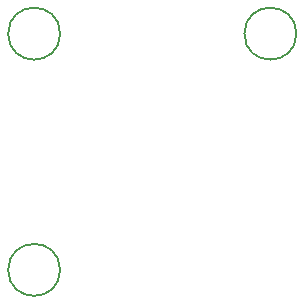
<source format=gbr>
%TF.GenerationSoftware,KiCad,Pcbnew,7.0.5.1-1-g8f565ef7f0-dirty-deb11*%
%TF.CreationDate,2023-07-26T12:03:11+00:00*%
%TF.ProjectId,pedalboard-led-ring,70656461-6c62-46f6-9172-642d6c65642d,1.0.0*%
%TF.SameCoordinates,Original*%
%TF.FileFunction,Other,Comment*%
%FSLAX46Y46*%
G04 Gerber Fmt 4.6, Leading zero omitted, Abs format (unit mm)*
G04 Created by KiCad (PCBNEW 7.0.5.1-1-g8f565ef7f0-dirty-deb11) date 2023-07-26 12:03:11*
%MOMM*%
%LPD*%
G01*
G04 APERTURE LIST*
%ADD10C,0.150000*%
G04 APERTURE END LIST*
D10*
%TO.C,H2*%
X92200000Y-50000000D02*
G75*
G03*
X92200000Y-50000000I-2200000J0D01*
G01*
%TO.C,H1*%
X72200000Y-50000000D02*
G75*
G03*
X72200000Y-50000000I-2200000J0D01*
G01*
%TO.C,H3*%
X72200000Y-70000000D02*
G75*
G03*
X72200000Y-70000000I-2200000J0D01*
G01*
%TD*%
M02*

</source>
